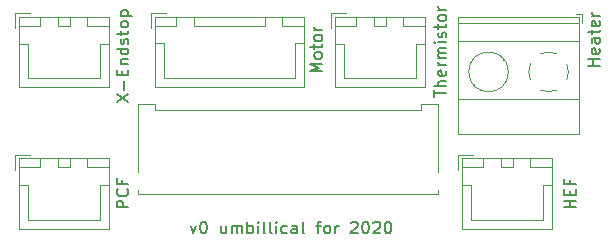
<source format=gbr>
%TF.GenerationSoftware,KiCad,Pcbnew,7.0.10*%
%TF.CreationDate,2025-02-27T15:13:31+08:00*%
%TF.ProjectId,V0-UmbilicalBoard,56302d55-6d62-4696-9c69-63616c426f61,rev?*%
%TF.SameCoordinates,Original*%
%TF.FileFunction,Legend,Top*%
%TF.FilePolarity,Positive*%
%FSLAX46Y46*%
G04 Gerber Fmt 4.6, Leading zero omitted, Abs format (unit mm)*
G04 Created by KiCad (PCBNEW 7.0.10) date 2025-02-27 15:13:31*
%MOMM*%
%LPD*%
G01*
G04 APERTURE LIST*
%ADD10C,0.150000*%
%ADD11C,0.120000*%
G04 APERTURE END LIST*
D10*
X104469819Y-117163220D02*
X103469819Y-117163220D01*
X103469819Y-117163220D02*
X103469819Y-116782268D01*
X103469819Y-116782268D02*
X103517438Y-116687030D01*
X103517438Y-116687030D02*
X103565057Y-116639411D01*
X103565057Y-116639411D02*
X103660295Y-116591792D01*
X103660295Y-116591792D02*
X103803152Y-116591792D01*
X103803152Y-116591792D02*
X103898390Y-116639411D01*
X103898390Y-116639411D02*
X103946009Y-116687030D01*
X103946009Y-116687030D02*
X103993628Y-116782268D01*
X103993628Y-116782268D02*
X103993628Y-117163220D01*
X104374580Y-115591792D02*
X104422200Y-115639411D01*
X104422200Y-115639411D02*
X104469819Y-115782268D01*
X104469819Y-115782268D02*
X104469819Y-115877506D01*
X104469819Y-115877506D02*
X104422200Y-116020363D01*
X104422200Y-116020363D02*
X104326961Y-116115601D01*
X104326961Y-116115601D02*
X104231723Y-116163220D01*
X104231723Y-116163220D02*
X104041247Y-116210839D01*
X104041247Y-116210839D02*
X103898390Y-116210839D01*
X103898390Y-116210839D02*
X103707914Y-116163220D01*
X103707914Y-116163220D02*
X103612676Y-116115601D01*
X103612676Y-116115601D02*
X103517438Y-116020363D01*
X103517438Y-116020363D02*
X103469819Y-115877506D01*
X103469819Y-115877506D02*
X103469819Y-115782268D01*
X103469819Y-115782268D02*
X103517438Y-115639411D01*
X103517438Y-115639411D02*
X103565057Y-115591792D01*
X103946009Y-114829887D02*
X103946009Y-115163220D01*
X104469819Y-115163220D02*
X103469819Y-115163220D01*
X103469819Y-115163220D02*
X103469819Y-114687030D01*
X103469819Y-108258458D02*
X104469819Y-107591792D01*
X103469819Y-107591792D02*
X104469819Y-108258458D01*
X104088866Y-107210839D02*
X104088866Y-106448935D01*
X103946009Y-105972744D02*
X103946009Y-105639411D01*
X104469819Y-105496554D02*
X104469819Y-105972744D01*
X104469819Y-105972744D02*
X103469819Y-105972744D01*
X103469819Y-105972744D02*
X103469819Y-105496554D01*
X103803152Y-105067982D02*
X104469819Y-105067982D01*
X103898390Y-105067982D02*
X103850771Y-105020363D01*
X103850771Y-105020363D02*
X103803152Y-104925125D01*
X103803152Y-104925125D02*
X103803152Y-104782268D01*
X103803152Y-104782268D02*
X103850771Y-104687030D01*
X103850771Y-104687030D02*
X103946009Y-104639411D01*
X103946009Y-104639411D02*
X104469819Y-104639411D01*
X104469819Y-103734649D02*
X103469819Y-103734649D01*
X104422200Y-103734649D02*
X104469819Y-103829887D01*
X104469819Y-103829887D02*
X104469819Y-104020363D01*
X104469819Y-104020363D02*
X104422200Y-104115601D01*
X104422200Y-104115601D02*
X104374580Y-104163220D01*
X104374580Y-104163220D02*
X104279342Y-104210839D01*
X104279342Y-104210839D02*
X103993628Y-104210839D01*
X103993628Y-104210839D02*
X103898390Y-104163220D01*
X103898390Y-104163220D02*
X103850771Y-104115601D01*
X103850771Y-104115601D02*
X103803152Y-104020363D01*
X103803152Y-104020363D02*
X103803152Y-103829887D01*
X103803152Y-103829887D02*
X103850771Y-103734649D01*
X104422200Y-103306077D02*
X104469819Y-103210839D01*
X104469819Y-103210839D02*
X104469819Y-103020363D01*
X104469819Y-103020363D02*
X104422200Y-102925125D01*
X104422200Y-102925125D02*
X104326961Y-102877506D01*
X104326961Y-102877506D02*
X104279342Y-102877506D01*
X104279342Y-102877506D02*
X104184104Y-102925125D01*
X104184104Y-102925125D02*
X104136485Y-103020363D01*
X104136485Y-103020363D02*
X104136485Y-103163220D01*
X104136485Y-103163220D02*
X104088866Y-103258458D01*
X104088866Y-103258458D02*
X103993628Y-103306077D01*
X103993628Y-103306077D02*
X103946009Y-103306077D01*
X103946009Y-103306077D02*
X103850771Y-103258458D01*
X103850771Y-103258458D02*
X103803152Y-103163220D01*
X103803152Y-103163220D02*
X103803152Y-103020363D01*
X103803152Y-103020363D02*
X103850771Y-102925125D01*
X103803152Y-102591791D02*
X103803152Y-102210839D01*
X103469819Y-102448934D02*
X104326961Y-102448934D01*
X104326961Y-102448934D02*
X104422200Y-102401315D01*
X104422200Y-102401315D02*
X104469819Y-102306077D01*
X104469819Y-102306077D02*
X104469819Y-102210839D01*
X104469819Y-101734648D02*
X104422200Y-101829886D01*
X104422200Y-101829886D02*
X104374580Y-101877505D01*
X104374580Y-101877505D02*
X104279342Y-101925124D01*
X104279342Y-101925124D02*
X103993628Y-101925124D01*
X103993628Y-101925124D02*
X103898390Y-101877505D01*
X103898390Y-101877505D02*
X103850771Y-101829886D01*
X103850771Y-101829886D02*
X103803152Y-101734648D01*
X103803152Y-101734648D02*
X103803152Y-101591791D01*
X103803152Y-101591791D02*
X103850771Y-101496553D01*
X103850771Y-101496553D02*
X103898390Y-101448934D01*
X103898390Y-101448934D02*
X103993628Y-101401315D01*
X103993628Y-101401315D02*
X104279342Y-101401315D01*
X104279342Y-101401315D02*
X104374580Y-101448934D01*
X104374580Y-101448934D02*
X104422200Y-101496553D01*
X104422200Y-101496553D02*
X104469819Y-101591791D01*
X104469819Y-101591791D02*
X104469819Y-101734648D01*
X103803152Y-100972743D02*
X104803152Y-100972743D01*
X103850771Y-100972743D02*
X103803152Y-100877505D01*
X103803152Y-100877505D02*
X103803152Y-100687029D01*
X103803152Y-100687029D02*
X103850771Y-100591791D01*
X103850771Y-100591791D02*
X103898390Y-100544172D01*
X103898390Y-100544172D02*
X103993628Y-100496553D01*
X103993628Y-100496553D02*
X104279342Y-100496553D01*
X104279342Y-100496553D02*
X104374580Y-100544172D01*
X104374580Y-100544172D02*
X104422200Y-100591791D01*
X104422200Y-100591791D02*
X104469819Y-100687029D01*
X104469819Y-100687029D02*
X104469819Y-100877505D01*
X104469819Y-100877505D02*
X104422200Y-100972743D01*
X130369819Y-107806077D02*
X130369819Y-107234649D01*
X131369819Y-107520363D02*
X130369819Y-107520363D01*
X131369819Y-106901315D02*
X130369819Y-106901315D01*
X131369819Y-106472744D02*
X130846009Y-106472744D01*
X130846009Y-106472744D02*
X130750771Y-106520363D01*
X130750771Y-106520363D02*
X130703152Y-106615601D01*
X130703152Y-106615601D02*
X130703152Y-106758458D01*
X130703152Y-106758458D02*
X130750771Y-106853696D01*
X130750771Y-106853696D02*
X130798390Y-106901315D01*
X131322200Y-105615601D02*
X131369819Y-105710839D01*
X131369819Y-105710839D02*
X131369819Y-105901315D01*
X131369819Y-105901315D02*
X131322200Y-105996553D01*
X131322200Y-105996553D02*
X131226961Y-106044172D01*
X131226961Y-106044172D02*
X130846009Y-106044172D01*
X130846009Y-106044172D02*
X130750771Y-105996553D01*
X130750771Y-105996553D02*
X130703152Y-105901315D01*
X130703152Y-105901315D02*
X130703152Y-105710839D01*
X130703152Y-105710839D02*
X130750771Y-105615601D01*
X130750771Y-105615601D02*
X130846009Y-105567982D01*
X130846009Y-105567982D02*
X130941247Y-105567982D01*
X130941247Y-105567982D02*
X131036485Y-106044172D01*
X131369819Y-105139410D02*
X130703152Y-105139410D01*
X130893628Y-105139410D02*
X130798390Y-105091791D01*
X130798390Y-105091791D02*
X130750771Y-105044172D01*
X130750771Y-105044172D02*
X130703152Y-104948934D01*
X130703152Y-104948934D02*
X130703152Y-104853696D01*
X131369819Y-104520362D02*
X130703152Y-104520362D01*
X130798390Y-104520362D02*
X130750771Y-104472743D01*
X130750771Y-104472743D02*
X130703152Y-104377505D01*
X130703152Y-104377505D02*
X130703152Y-104234648D01*
X130703152Y-104234648D02*
X130750771Y-104139410D01*
X130750771Y-104139410D02*
X130846009Y-104091791D01*
X130846009Y-104091791D02*
X131369819Y-104091791D01*
X130846009Y-104091791D02*
X130750771Y-104044172D01*
X130750771Y-104044172D02*
X130703152Y-103948934D01*
X130703152Y-103948934D02*
X130703152Y-103806077D01*
X130703152Y-103806077D02*
X130750771Y-103710838D01*
X130750771Y-103710838D02*
X130846009Y-103663219D01*
X130846009Y-103663219D02*
X131369819Y-103663219D01*
X131369819Y-103187029D02*
X130703152Y-103187029D01*
X130369819Y-103187029D02*
X130417438Y-103234648D01*
X130417438Y-103234648D02*
X130465057Y-103187029D01*
X130465057Y-103187029D02*
X130417438Y-103139410D01*
X130417438Y-103139410D02*
X130369819Y-103187029D01*
X130369819Y-103187029D02*
X130465057Y-103187029D01*
X131322200Y-102758458D02*
X131369819Y-102663220D01*
X131369819Y-102663220D02*
X131369819Y-102472744D01*
X131369819Y-102472744D02*
X131322200Y-102377506D01*
X131322200Y-102377506D02*
X131226961Y-102329887D01*
X131226961Y-102329887D02*
X131179342Y-102329887D01*
X131179342Y-102329887D02*
X131084104Y-102377506D01*
X131084104Y-102377506D02*
X131036485Y-102472744D01*
X131036485Y-102472744D02*
X131036485Y-102615601D01*
X131036485Y-102615601D02*
X130988866Y-102710839D01*
X130988866Y-102710839D02*
X130893628Y-102758458D01*
X130893628Y-102758458D02*
X130846009Y-102758458D01*
X130846009Y-102758458D02*
X130750771Y-102710839D01*
X130750771Y-102710839D02*
X130703152Y-102615601D01*
X130703152Y-102615601D02*
X130703152Y-102472744D01*
X130703152Y-102472744D02*
X130750771Y-102377506D01*
X130703152Y-102044172D02*
X130703152Y-101663220D01*
X130369819Y-101901315D02*
X131226961Y-101901315D01*
X131226961Y-101901315D02*
X131322200Y-101853696D01*
X131322200Y-101853696D02*
X131369819Y-101758458D01*
X131369819Y-101758458D02*
X131369819Y-101663220D01*
X131369819Y-101187029D02*
X131322200Y-101282267D01*
X131322200Y-101282267D02*
X131274580Y-101329886D01*
X131274580Y-101329886D02*
X131179342Y-101377505D01*
X131179342Y-101377505D02*
X130893628Y-101377505D01*
X130893628Y-101377505D02*
X130798390Y-101329886D01*
X130798390Y-101329886D02*
X130750771Y-101282267D01*
X130750771Y-101282267D02*
X130703152Y-101187029D01*
X130703152Y-101187029D02*
X130703152Y-101044172D01*
X130703152Y-101044172D02*
X130750771Y-100948934D01*
X130750771Y-100948934D02*
X130798390Y-100901315D01*
X130798390Y-100901315D02*
X130893628Y-100853696D01*
X130893628Y-100853696D02*
X131179342Y-100853696D01*
X131179342Y-100853696D02*
X131274580Y-100901315D01*
X131274580Y-100901315D02*
X131322200Y-100948934D01*
X131322200Y-100948934D02*
X131369819Y-101044172D01*
X131369819Y-101044172D02*
X131369819Y-101187029D01*
X131369819Y-100425124D02*
X130703152Y-100425124D01*
X130893628Y-100425124D02*
X130798390Y-100377505D01*
X130798390Y-100377505D02*
X130750771Y-100329886D01*
X130750771Y-100329886D02*
X130703152Y-100234648D01*
X130703152Y-100234648D02*
X130703152Y-100139410D01*
X144369819Y-105163220D02*
X143369819Y-105163220D01*
X143846009Y-105163220D02*
X143846009Y-104591792D01*
X144369819Y-104591792D02*
X143369819Y-104591792D01*
X144322200Y-103734649D02*
X144369819Y-103829887D01*
X144369819Y-103829887D02*
X144369819Y-104020363D01*
X144369819Y-104020363D02*
X144322200Y-104115601D01*
X144322200Y-104115601D02*
X144226961Y-104163220D01*
X144226961Y-104163220D02*
X143846009Y-104163220D01*
X143846009Y-104163220D02*
X143750771Y-104115601D01*
X143750771Y-104115601D02*
X143703152Y-104020363D01*
X143703152Y-104020363D02*
X143703152Y-103829887D01*
X143703152Y-103829887D02*
X143750771Y-103734649D01*
X143750771Y-103734649D02*
X143846009Y-103687030D01*
X143846009Y-103687030D02*
X143941247Y-103687030D01*
X143941247Y-103687030D02*
X144036485Y-104163220D01*
X144369819Y-102829887D02*
X143846009Y-102829887D01*
X143846009Y-102829887D02*
X143750771Y-102877506D01*
X143750771Y-102877506D02*
X143703152Y-102972744D01*
X143703152Y-102972744D02*
X143703152Y-103163220D01*
X143703152Y-103163220D02*
X143750771Y-103258458D01*
X144322200Y-102829887D02*
X144369819Y-102925125D01*
X144369819Y-102925125D02*
X144369819Y-103163220D01*
X144369819Y-103163220D02*
X144322200Y-103258458D01*
X144322200Y-103258458D02*
X144226961Y-103306077D01*
X144226961Y-103306077D02*
X144131723Y-103306077D01*
X144131723Y-103306077D02*
X144036485Y-103258458D01*
X144036485Y-103258458D02*
X143988866Y-103163220D01*
X143988866Y-103163220D02*
X143988866Y-102925125D01*
X143988866Y-102925125D02*
X143941247Y-102829887D01*
X143703152Y-102496553D02*
X143703152Y-102115601D01*
X143369819Y-102353696D02*
X144226961Y-102353696D01*
X144226961Y-102353696D02*
X144322200Y-102306077D01*
X144322200Y-102306077D02*
X144369819Y-102210839D01*
X144369819Y-102210839D02*
X144369819Y-102115601D01*
X144322200Y-101401315D02*
X144369819Y-101496553D01*
X144369819Y-101496553D02*
X144369819Y-101687029D01*
X144369819Y-101687029D02*
X144322200Y-101782267D01*
X144322200Y-101782267D02*
X144226961Y-101829886D01*
X144226961Y-101829886D02*
X143846009Y-101829886D01*
X143846009Y-101829886D02*
X143750771Y-101782267D01*
X143750771Y-101782267D02*
X143703152Y-101687029D01*
X143703152Y-101687029D02*
X143703152Y-101496553D01*
X143703152Y-101496553D02*
X143750771Y-101401315D01*
X143750771Y-101401315D02*
X143846009Y-101353696D01*
X143846009Y-101353696D02*
X143941247Y-101353696D01*
X143941247Y-101353696D02*
X144036485Y-101829886D01*
X144369819Y-100925124D02*
X143703152Y-100925124D01*
X143893628Y-100925124D02*
X143798390Y-100877505D01*
X143798390Y-100877505D02*
X143750771Y-100829886D01*
X143750771Y-100829886D02*
X143703152Y-100734648D01*
X143703152Y-100734648D02*
X143703152Y-100639410D01*
X142369819Y-117163220D02*
X141369819Y-117163220D01*
X141846009Y-117163220D02*
X141846009Y-116591792D01*
X142369819Y-116591792D02*
X141369819Y-116591792D01*
X141846009Y-116115601D02*
X141846009Y-115782268D01*
X142369819Y-115639411D02*
X142369819Y-116115601D01*
X142369819Y-116115601D02*
X141369819Y-116115601D01*
X141369819Y-116115601D02*
X141369819Y-115639411D01*
X141846009Y-114877506D02*
X141846009Y-115210839D01*
X142369819Y-115210839D02*
X141369819Y-115210839D01*
X141369819Y-115210839D02*
X141369819Y-114734649D01*
X109741541Y-118703152D02*
X109979636Y-119369819D01*
X109979636Y-119369819D02*
X110217731Y-118703152D01*
X110789160Y-118369819D02*
X110884398Y-118369819D01*
X110884398Y-118369819D02*
X110979636Y-118417438D01*
X110979636Y-118417438D02*
X111027255Y-118465057D01*
X111027255Y-118465057D02*
X111074874Y-118560295D01*
X111074874Y-118560295D02*
X111122493Y-118750771D01*
X111122493Y-118750771D02*
X111122493Y-118988866D01*
X111122493Y-118988866D02*
X111074874Y-119179342D01*
X111074874Y-119179342D02*
X111027255Y-119274580D01*
X111027255Y-119274580D02*
X110979636Y-119322200D01*
X110979636Y-119322200D02*
X110884398Y-119369819D01*
X110884398Y-119369819D02*
X110789160Y-119369819D01*
X110789160Y-119369819D02*
X110693922Y-119322200D01*
X110693922Y-119322200D02*
X110646303Y-119274580D01*
X110646303Y-119274580D02*
X110598684Y-119179342D01*
X110598684Y-119179342D02*
X110551065Y-118988866D01*
X110551065Y-118988866D02*
X110551065Y-118750771D01*
X110551065Y-118750771D02*
X110598684Y-118560295D01*
X110598684Y-118560295D02*
X110646303Y-118465057D01*
X110646303Y-118465057D02*
X110693922Y-118417438D01*
X110693922Y-118417438D02*
X110789160Y-118369819D01*
X112741541Y-118703152D02*
X112741541Y-119369819D01*
X112312970Y-118703152D02*
X112312970Y-119226961D01*
X112312970Y-119226961D02*
X112360589Y-119322200D01*
X112360589Y-119322200D02*
X112455827Y-119369819D01*
X112455827Y-119369819D02*
X112598684Y-119369819D01*
X112598684Y-119369819D02*
X112693922Y-119322200D01*
X112693922Y-119322200D02*
X112741541Y-119274580D01*
X113217732Y-119369819D02*
X113217732Y-118703152D01*
X113217732Y-118798390D02*
X113265351Y-118750771D01*
X113265351Y-118750771D02*
X113360589Y-118703152D01*
X113360589Y-118703152D02*
X113503446Y-118703152D01*
X113503446Y-118703152D02*
X113598684Y-118750771D01*
X113598684Y-118750771D02*
X113646303Y-118846009D01*
X113646303Y-118846009D02*
X113646303Y-119369819D01*
X113646303Y-118846009D02*
X113693922Y-118750771D01*
X113693922Y-118750771D02*
X113789160Y-118703152D01*
X113789160Y-118703152D02*
X113932017Y-118703152D01*
X113932017Y-118703152D02*
X114027256Y-118750771D01*
X114027256Y-118750771D02*
X114074875Y-118846009D01*
X114074875Y-118846009D02*
X114074875Y-119369819D01*
X114551065Y-119369819D02*
X114551065Y-118369819D01*
X114551065Y-118750771D02*
X114646303Y-118703152D01*
X114646303Y-118703152D02*
X114836779Y-118703152D01*
X114836779Y-118703152D02*
X114932017Y-118750771D01*
X114932017Y-118750771D02*
X114979636Y-118798390D01*
X114979636Y-118798390D02*
X115027255Y-118893628D01*
X115027255Y-118893628D02*
X115027255Y-119179342D01*
X115027255Y-119179342D02*
X114979636Y-119274580D01*
X114979636Y-119274580D02*
X114932017Y-119322200D01*
X114932017Y-119322200D02*
X114836779Y-119369819D01*
X114836779Y-119369819D02*
X114646303Y-119369819D01*
X114646303Y-119369819D02*
X114551065Y-119322200D01*
X115455827Y-119369819D02*
X115455827Y-118703152D01*
X115455827Y-118369819D02*
X115408208Y-118417438D01*
X115408208Y-118417438D02*
X115455827Y-118465057D01*
X115455827Y-118465057D02*
X115503446Y-118417438D01*
X115503446Y-118417438D02*
X115455827Y-118369819D01*
X115455827Y-118369819D02*
X115455827Y-118465057D01*
X116074874Y-119369819D02*
X115979636Y-119322200D01*
X115979636Y-119322200D02*
X115932017Y-119226961D01*
X115932017Y-119226961D02*
X115932017Y-118369819D01*
X116598684Y-119369819D02*
X116503446Y-119322200D01*
X116503446Y-119322200D02*
X116455827Y-119226961D01*
X116455827Y-119226961D02*
X116455827Y-118369819D01*
X116979637Y-119369819D02*
X116979637Y-118703152D01*
X116979637Y-118369819D02*
X116932018Y-118417438D01*
X116932018Y-118417438D02*
X116979637Y-118465057D01*
X116979637Y-118465057D02*
X117027256Y-118417438D01*
X117027256Y-118417438D02*
X116979637Y-118369819D01*
X116979637Y-118369819D02*
X116979637Y-118465057D01*
X117884398Y-119322200D02*
X117789160Y-119369819D01*
X117789160Y-119369819D02*
X117598684Y-119369819D01*
X117598684Y-119369819D02*
X117503446Y-119322200D01*
X117503446Y-119322200D02*
X117455827Y-119274580D01*
X117455827Y-119274580D02*
X117408208Y-119179342D01*
X117408208Y-119179342D02*
X117408208Y-118893628D01*
X117408208Y-118893628D02*
X117455827Y-118798390D01*
X117455827Y-118798390D02*
X117503446Y-118750771D01*
X117503446Y-118750771D02*
X117598684Y-118703152D01*
X117598684Y-118703152D02*
X117789160Y-118703152D01*
X117789160Y-118703152D02*
X117884398Y-118750771D01*
X118741541Y-119369819D02*
X118741541Y-118846009D01*
X118741541Y-118846009D02*
X118693922Y-118750771D01*
X118693922Y-118750771D02*
X118598684Y-118703152D01*
X118598684Y-118703152D02*
X118408208Y-118703152D01*
X118408208Y-118703152D02*
X118312970Y-118750771D01*
X118741541Y-119322200D02*
X118646303Y-119369819D01*
X118646303Y-119369819D02*
X118408208Y-119369819D01*
X118408208Y-119369819D02*
X118312970Y-119322200D01*
X118312970Y-119322200D02*
X118265351Y-119226961D01*
X118265351Y-119226961D02*
X118265351Y-119131723D01*
X118265351Y-119131723D02*
X118312970Y-119036485D01*
X118312970Y-119036485D02*
X118408208Y-118988866D01*
X118408208Y-118988866D02*
X118646303Y-118988866D01*
X118646303Y-118988866D02*
X118741541Y-118941247D01*
X119360589Y-119369819D02*
X119265351Y-119322200D01*
X119265351Y-119322200D02*
X119217732Y-119226961D01*
X119217732Y-119226961D02*
X119217732Y-118369819D01*
X120360590Y-118703152D02*
X120741542Y-118703152D01*
X120503447Y-119369819D02*
X120503447Y-118512676D01*
X120503447Y-118512676D02*
X120551066Y-118417438D01*
X120551066Y-118417438D02*
X120646304Y-118369819D01*
X120646304Y-118369819D02*
X120741542Y-118369819D01*
X121217733Y-119369819D02*
X121122495Y-119322200D01*
X121122495Y-119322200D02*
X121074876Y-119274580D01*
X121074876Y-119274580D02*
X121027257Y-119179342D01*
X121027257Y-119179342D02*
X121027257Y-118893628D01*
X121027257Y-118893628D02*
X121074876Y-118798390D01*
X121074876Y-118798390D02*
X121122495Y-118750771D01*
X121122495Y-118750771D02*
X121217733Y-118703152D01*
X121217733Y-118703152D02*
X121360590Y-118703152D01*
X121360590Y-118703152D02*
X121455828Y-118750771D01*
X121455828Y-118750771D02*
X121503447Y-118798390D01*
X121503447Y-118798390D02*
X121551066Y-118893628D01*
X121551066Y-118893628D02*
X121551066Y-119179342D01*
X121551066Y-119179342D02*
X121503447Y-119274580D01*
X121503447Y-119274580D02*
X121455828Y-119322200D01*
X121455828Y-119322200D02*
X121360590Y-119369819D01*
X121360590Y-119369819D02*
X121217733Y-119369819D01*
X121979638Y-119369819D02*
X121979638Y-118703152D01*
X121979638Y-118893628D02*
X122027257Y-118798390D01*
X122027257Y-118798390D02*
X122074876Y-118750771D01*
X122074876Y-118750771D02*
X122170114Y-118703152D01*
X122170114Y-118703152D02*
X122265352Y-118703152D01*
X123312972Y-118465057D02*
X123360591Y-118417438D01*
X123360591Y-118417438D02*
X123455829Y-118369819D01*
X123455829Y-118369819D02*
X123693924Y-118369819D01*
X123693924Y-118369819D02*
X123789162Y-118417438D01*
X123789162Y-118417438D02*
X123836781Y-118465057D01*
X123836781Y-118465057D02*
X123884400Y-118560295D01*
X123884400Y-118560295D02*
X123884400Y-118655533D01*
X123884400Y-118655533D02*
X123836781Y-118798390D01*
X123836781Y-118798390D02*
X123265353Y-119369819D01*
X123265353Y-119369819D02*
X123884400Y-119369819D01*
X124503448Y-118369819D02*
X124598686Y-118369819D01*
X124598686Y-118369819D02*
X124693924Y-118417438D01*
X124693924Y-118417438D02*
X124741543Y-118465057D01*
X124741543Y-118465057D02*
X124789162Y-118560295D01*
X124789162Y-118560295D02*
X124836781Y-118750771D01*
X124836781Y-118750771D02*
X124836781Y-118988866D01*
X124836781Y-118988866D02*
X124789162Y-119179342D01*
X124789162Y-119179342D02*
X124741543Y-119274580D01*
X124741543Y-119274580D02*
X124693924Y-119322200D01*
X124693924Y-119322200D02*
X124598686Y-119369819D01*
X124598686Y-119369819D02*
X124503448Y-119369819D01*
X124503448Y-119369819D02*
X124408210Y-119322200D01*
X124408210Y-119322200D02*
X124360591Y-119274580D01*
X124360591Y-119274580D02*
X124312972Y-119179342D01*
X124312972Y-119179342D02*
X124265353Y-118988866D01*
X124265353Y-118988866D02*
X124265353Y-118750771D01*
X124265353Y-118750771D02*
X124312972Y-118560295D01*
X124312972Y-118560295D02*
X124360591Y-118465057D01*
X124360591Y-118465057D02*
X124408210Y-118417438D01*
X124408210Y-118417438D02*
X124503448Y-118369819D01*
X125217734Y-118465057D02*
X125265353Y-118417438D01*
X125265353Y-118417438D02*
X125360591Y-118369819D01*
X125360591Y-118369819D02*
X125598686Y-118369819D01*
X125598686Y-118369819D02*
X125693924Y-118417438D01*
X125693924Y-118417438D02*
X125741543Y-118465057D01*
X125741543Y-118465057D02*
X125789162Y-118560295D01*
X125789162Y-118560295D02*
X125789162Y-118655533D01*
X125789162Y-118655533D02*
X125741543Y-118798390D01*
X125741543Y-118798390D02*
X125170115Y-119369819D01*
X125170115Y-119369819D02*
X125789162Y-119369819D01*
X126408210Y-118369819D02*
X126503448Y-118369819D01*
X126503448Y-118369819D02*
X126598686Y-118417438D01*
X126598686Y-118417438D02*
X126646305Y-118465057D01*
X126646305Y-118465057D02*
X126693924Y-118560295D01*
X126693924Y-118560295D02*
X126741543Y-118750771D01*
X126741543Y-118750771D02*
X126741543Y-118988866D01*
X126741543Y-118988866D02*
X126693924Y-119179342D01*
X126693924Y-119179342D02*
X126646305Y-119274580D01*
X126646305Y-119274580D02*
X126598686Y-119322200D01*
X126598686Y-119322200D02*
X126503448Y-119369819D01*
X126503448Y-119369819D02*
X126408210Y-119369819D01*
X126408210Y-119369819D02*
X126312972Y-119322200D01*
X126312972Y-119322200D02*
X126265353Y-119274580D01*
X126265353Y-119274580D02*
X126217734Y-119179342D01*
X126217734Y-119179342D02*
X126170115Y-118988866D01*
X126170115Y-118988866D02*
X126170115Y-118750771D01*
X126170115Y-118750771D02*
X126217734Y-118560295D01*
X126217734Y-118560295D02*
X126265353Y-118465057D01*
X126265353Y-118465057D02*
X126312972Y-118417438D01*
X126312972Y-118417438D02*
X126408210Y-118369819D01*
X120869819Y-105663220D02*
X119869819Y-105663220D01*
X119869819Y-105663220D02*
X120584104Y-105329887D01*
X120584104Y-105329887D02*
X119869819Y-104996554D01*
X119869819Y-104996554D02*
X120869819Y-104996554D01*
X120869819Y-104377506D02*
X120822200Y-104472744D01*
X120822200Y-104472744D02*
X120774580Y-104520363D01*
X120774580Y-104520363D02*
X120679342Y-104567982D01*
X120679342Y-104567982D02*
X120393628Y-104567982D01*
X120393628Y-104567982D02*
X120298390Y-104520363D01*
X120298390Y-104520363D02*
X120250771Y-104472744D01*
X120250771Y-104472744D02*
X120203152Y-104377506D01*
X120203152Y-104377506D02*
X120203152Y-104234649D01*
X120203152Y-104234649D02*
X120250771Y-104139411D01*
X120250771Y-104139411D02*
X120298390Y-104091792D01*
X120298390Y-104091792D02*
X120393628Y-104044173D01*
X120393628Y-104044173D02*
X120679342Y-104044173D01*
X120679342Y-104044173D02*
X120774580Y-104091792D01*
X120774580Y-104091792D02*
X120822200Y-104139411D01*
X120822200Y-104139411D02*
X120869819Y-104234649D01*
X120869819Y-104234649D02*
X120869819Y-104377506D01*
X120203152Y-103758458D02*
X120203152Y-103377506D01*
X119869819Y-103615601D02*
X120726961Y-103615601D01*
X120726961Y-103615601D02*
X120822200Y-103567982D01*
X120822200Y-103567982D02*
X120869819Y-103472744D01*
X120869819Y-103472744D02*
X120869819Y-103377506D01*
X120869819Y-102901315D02*
X120822200Y-102996553D01*
X120822200Y-102996553D02*
X120774580Y-103044172D01*
X120774580Y-103044172D02*
X120679342Y-103091791D01*
X120679342Y-103091791D02*
X120393628Y-103091791D01*
X120393628Y-103091791D02*
X120298390Y-103044172D01*
X120298390Y-103044172D02*
X120250771Y-102996553D01*
X120250771Y-102996553D02*
X120203152Y-102901315D01*
X120203152Y-102901315D02*
X120203152Y-102758458D01*
X120203152Y-102758458D02*
X120250771Y-102663220D01*
X120250771Y-102663220D02*
X120298390Y-102615601D01*
X120298390Y-102615601D02*
X120393628Y-102567982D01*
X120393628Y-102567982D02*
X120679342Y-102567982D01*
X120679342Y-102567982D02*
X120774580Y-102615601D01*
X120774580Y-102615601D02*
X120822200Y-102663220D01*
X120822200Y-102663220D02*
X120869819Y-102758458D01*
X120869819Y-102758458D02*
X120869819Y-102901315D01*
X120869819Y-102139410D02*
X120203152Y-102139410D01*
X120393628Y-102139410D02*
X120298390Y-102091791D01*
X120298390Y-102091791D02*
X120250771Y-102044172D01*
X120250771Y-102044172D02*
X120203152Y-101948934D01*
X120203152Y-101948934D02*
X120203152Y-101853696D01*
D11*
%TO.C,J2*%
X106400000Y-100725000D02*
X106400000Y-101975000D01*
X106690000Y-101015000D02*
X106690000Y-106985000D01*
X106690000Y-106985000D02*
X119310000Y-106985000D01*
X106700000Y-101025000D02*
X106700000Y-101775000D01*
X106700000Y-101775000D02*
X108500000Y-101775000D01*
X106700000Y-103275000D02*
X107450000Y-103275000D01*
X107450000Y-103275000D02*
X107450000Y-106225000D01*
X107450000Y-106225000D02*
X113000000Y-106225000D01*
X107650000Y-100725000D02*
X106400000Y-100725000D01*
X108500000Y-101025000D02*
X106700000Y-101025000D01*
X108500000Y-101775000D02*
X108500000Y-101025000D01*
X110000000Y-101025000D02*
X110000000Y-101775000D01*
X110000000Y-101775000D02*
X116000000Y-101775000D01*
X116000000Y-101025000D02*
X110000000Y-101025000D01*
X116000000Y-101775000D02*
X116000000Y-101025000D01*
X117500000Y-101025000D02*
X117500000Y-101775000D01*
X117500000Y-101775000D02*
X119300000Y-101775000D01*
X118550000Y-103275000D02*
X118550000Y-106225000D01*
X118550000Y-106225000D02*
X113000000Y-106225000D01*
X119300000Y-101025000D02*
X117500000Y-101025000D01*
X119300000Y-101775000D02*
X119300000Y-101025000D01*
X119300000Y-103275000D02*
X118550000Y-103275000D01*
X119310000Y-101015000D02*
X106690000Y-101015000D01*
X119310000Y-106985000D02*
X119310000Y-101015000D01*
%TO.C,J3*%
X132400000Y-112725000D02*
X132400000Y-113975000D01*
X132690000Y-113015000D02*
X132690000Y-118985000D01*
X132690000Y-118985000D02*
X140310000Y-118985000D01*
X132700000Y-113025000D02*
X132700000Y-113775000D01*
X132700000Y-113775000D02*
X134500000Y-113775000D01*
X132700000Y-115275000D02*
X133450000Y-115275000D01*
X133450000Y-115275000D02*
X133450000Y-118225000D01*
X133450000Y-118225000D02*
X136500000Y-118225000D01*
X133650000Y-112725000D02*
X132400000Y-112725000D01*
X134500000Y-113025000D02*
X132700000Y-113025000D01*
X134500000Y-113775000D02*
X134500000Y-113025000D01*
X136000000Y-113025000D02*
X136000000Y-113775000D01*
X136000000Y-113775000D02*
X137000000Y-113775000D01*
X137000000Y-113025000D02*
X136000000Y-113025000D01*
X137000000Y-113775000D02*
X137000000Y-113025000D01*
X138500000Y-113025000D02*
X138500000Y-113775000D01*
X138500000Y-113775000D02*
X140300000Y-113775000D01*
X139550000Y-115275000D02*
X139550000Y-118225000D01*
X139550000Y-118225000D02*
X136500000Y-118225000D01*
X140300000Y-113025000D02*
X138500000Y-113025000D01*
X140300000Y-113775000D02*
X140300000Y-113025000D01*
X140300000Y-115275000D02*
X139550000Y-115275000D01*
X140310000Y-113015000D02*
X132690000Y-113015000D01*
X140310000Y-118985000D02*
X140310000Y-113015000D01*
%TO.C,J5*%
X142885000Y-101535000D02*
X142885000Y-100795000D01*
X142885000Y-100795000D02*
X142385000Y-100795000D01*
X142645000Y-110956000D02*
X142645000Y-101035000D01*
X142645000Y-110956000D02*
X132365000Y-110956000D01*
X142645000Y-107996000D02*
X132365000Y-107996000D01*
X142645000Y-103095000D02*
X132365000Y-103095000D01*
X142645000Y-101595000D02*
X132365000Y-101595000D01*
X142645000Y-101035000D02*
X132365000Y-101035000D01*
X136192000Y-104672000D02*
X136239000Y-104626000D01*
X135999000Y-104456000D02*
X136034000Y-104421000D01*
X133895000Y-106970000D02*
X133930000Y-106934000D01*
X133690000Y-106764000D02*
X133737000Y-106718000D01*
X132365000Y-110956000D02*
X132365000Y-101035000D01*
X141579999Y-106378999D02*
G75*
G03*
X141580426Y-105011958I-1534992J684000D01*
G01*
X139361001Y-107229999D02*
G75*
G03*
X140728042Y-107230426I684000J1534992D01*
G01*
X140729000Y-104160001D02*
G75*
G03*
X140016195Y-104014748I-683999J-1535000D01*
G01*
X140045000Y-104015001D02*
G75*
G03*
X139361682Y-104160245I0J-1679999D01*
G01*
X138510000Y-105011000D02*
G75*
G03*
X138509574Y-106378042I1535000J-684000D01*
G01*
X136645000Y-105695000D02*
G75*
G03*
X133285000Y-105695000I-1680000J0D01*
G01*
X133285000Y-105695000D02*
G75*
G03*
X136645000Y-105695000I1680000J0D01*
G01*
%TO.C,J7*%
X94900000Y-100750000D02*
X94900000Y-102000000D01*
X95190000Y-101040000D02*
X95190000Y-107010000D01*
X95190000Y-107010000D02*
X102810000Y-107010000D01*
X95200000Y-101050000D02*
X95200000Y-101800000D01*
X95200000Y-101800000D02*
X97000000Y-101800000D01*
X95200000Y-103300000D02*
X95950000Y-103300000D01*
X95950000Y-103300000D02*
X95950000Y-106250000D01*
X95950000Y-106250000D02*
X99000000Y-106250000D01*
X96150000Y-100750000D02*
X94900000Y-100750000D01*
X97000000Y-101050000D02*
X95200000Y-101050000D01*
X97000000Y-101800000D02*
X97000000Y-101050000D01*
X98500000Y-101050000D02*
X98500000Y-101800000D01*
X98500000Y-101800000D02*
X99500000Y-101800000D01*
X99500000Y-101050000D02*
X98500000Y-101050000D01*
X99500000Y-101800000D02*
X99500000Y-101050000D01*
X101000000Y-101050000D02*
X101000000Y-101800000D01*
X101000000Y-101800000D02*
X102800000Y-101800000D01*
X102050000Y-103300000D02*
X102050000Y-106250000D01*
X102050000Y-106250000D02*
X99000000Y-106250000D01*
X102800000Y-101050000D02*
X101000000Y-101050000D01*
X102800000Y-101800000D02*
X102800000Y-101050000D01*
X102800000Y-103300000D02*
X102050000Y-103300000D01*
X102810000Y-101040000D02*
X95190000Y-101040000D01*
X102810000Y-107010000D02*
X102810000Y-101040000D01*
%TO.C,J4*%
X94900000Y-112725000D02*
X94900000Y-113975000D01*
X95190000Y-113015000D02*
X95190000Y-118985000D01*
X95190000Y-118985000D02*
X102810000Y-118985000D01*
X95200000Y-113025000D02*
X95200000Y-113775000D01*
X95200000Y-113775000D02*
X97000000Y-113775000D01*
X95200000Y-115275000D02*
X95950000Y-115275000D01*
X95950000Y-115275000D02*
X95950000Y-118225000D01*
X95950000Y-118225000D02*
X99000000Y-118225000D01*
X96150000Y-112725000D02*
X94900000Y-112725000D01*
X97000000Y-113025000D02*
X95200000Y-113025000D01*
X97000000Y-113775000D02*
X97000000Y-113025000D01*
X98500000Y-113025000D02*
X98500000Y-113775000D01*
X98500000Y-113775000D02*
X99500000Y-113775000D01*
X99500000Y-113025000D02*
X98500000Y-113025000D01*
X99500000Y-113775000D02*
X99500000Y-113025000D01*
X101000000Y-113025000D02*
X101000000Y-113775000D01*
X101000000Y-113775000D02*
X102800000Y-113775000D01*
X102050000Y-115275000D02*
X102050000Y-118225000D01*
X102050000Y-118225000D02*
X99000000Y-118225000D01*
X102800000Y-113025000D02*
X101000000Y-113025000D01*
X102800000Y-113775000D02*
X102800000Y-113025000D01*
X102800000Y-115275000D02*
X102050000Y-115275000D01*
X102810000Y-113015000D02*
X95190000Y-113015000D01*
X102810000Y-118985000D02*
X102810000Y-113015000D01*
%TO.C,J6*%
X121650000Y-100750000D02*
X121650000Y-102000000D01*
X121940000Y-101040000D02*
X121940000Y-107010000D01*
X121940000Y-107010000D02*
X129560000Y-107010000D01*
X121950000Y-101050000D02*
X121950000Y-101800000D01*
X121950000Y-101800000D02*
X123750000Y-101800000D01*
X121950000Y-103300000D02*
X122700000Y-103300000D01*
X122700000Y-103300000D02*
X122700000Y-106250000D01*
X122700000Y-106250000D02*
X125750000Y-106250000D01*
X122900000Y-100750000D02*
X121650000Y-100750000D01*
X123750000Y-101050000D02*
X121950000Y-101050000D01*
X123750000Y-101800000D02*
X123750000Y-101050000D01*
X125250000Y-101050000D02*
X125250000Y-101800000D01*
X125250000Y-101800000D02*
X126250000Y-101800000D01*
X126250000Y-101050000D02*
X125250000Y-101050000D01*
X126250000Y-101800000D02*
X126250000Y-101050000D01*
X127750000Y-101050000D02*
X127750000Y-101800000D01*
X127750000Y-101800000D02*
X129550000Y-101800000D01*
X128800000Y-103300000D02*
X128800000Y-106250000D01*
X128800000Y-106250000D02*
X125750000Y-106250000D01*
X129550000Y-101050000D02*
X127750000Y-101050000D01*
X129550000Y-101800000D02*
X129550000Y-101050000D01*
X129550000Y-103300000D02*
X128800000Y-103300000D01*
X129560000Y-101040000D02*
X121940000Y-101040000D01*
X129560000Y-107010000D02*
X129560000Y-101040000D01*
%TO.C,J1*%
X105315000Y-108420000D02*
X106735000Y-108420000D01*
X105315000Y-114170000D02*
X105315000Y-108420000D01*
X105315000Y-115710000D02*
X105315000Y-116010000D01*
X105315000Y-116010000D02*
X130685000Y-116010000D01*
X106735000Y-108420000D02*
X106735000Y-108920000D01*
X106735000Y-108920000D02*
X129265000Y-108920000D01*
X129265000Y-108420000D02*
X130685000Y-108420000D01*
X129265000Y-108920000D02*
X129265000Y-108420000D01*
X130685000Y-108420000D02*
X130685000Y-114170000D01*
X130685000Y-116010000D02*
X130685000Y-115710000D01*
%TD*%
M02*

</source>
